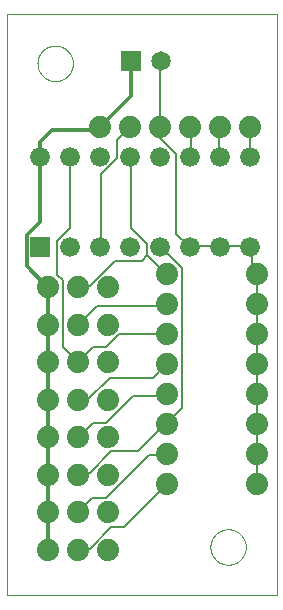
<source format=gtl>
G75*
%MOIN*%
%OFA0B0*%
%FSLAX25Y25*%
%IPPOS*%
%LPD*%
%AMOC8*
5,1,8,0,0,1.08239X$1,22.5*
%
%ADD10C,0.00100*%
%ADD11R,0.06600X0.06600*%
%ADD12C,0.06600*%
%ADD13R,0.06500X0.06500*%
%ADD14C,0.06500*%
%ADD15C,0.07400*%
%ADD16C,0.00000*%
%ADD17C,0.00600*%
%ADD18C,0.01200*%
D10*
X0001050Y0001900D02*
X0001050Y0195601D01*
X0090971Y0195601D01*
X0090971Y0001900D01*
X0001050Y0001900D01*
D11*
X0012100Y0118139D03*
D12*
X0022100Y0118139D03*
X0032100Y0118139D03*
X0042100Y0118139D03*
X0052100Y0118139D03*
X0062100Y0118139D03*
X0072100Y0118139D03*
X0082100Y0118139D03*
X0082100Y0148139D03*
X0072100Y0148139D03*
X0062100Y0148139D03*
X0052100Y0148139D03*
X0042100Y0148139D03*
X0032100Y0148139D03*
X0022100Y0148139D03*
X0012100Y0148139D03*
D13*
X0042274Y0180025D03*
D14*
X0052274Y0180025D03*
D15*
X0052049Y0157978D03*
X0042049Y0157978D03*
X0032049Y0157978D03*
X0054370Y0108979D03*
X0054370Y0098979D03*
X0054370Y0088979D03*
X0054370Y0078979D03*
X0054370Y0068979D03*
X0054370Y0058979D03*
X0054370Y0048979D03*
X0054370Y0038979D03*
X0034826Y0042132D03*
X0034826Y0054632D03*
X0034826Y0067132D03*
X0034826Y0079632D03*
X0034826Y0092132D03*
X0034826Y0104632D03*
X0024826Y0104632D03*
X0024826Y0092132D03*
X0024826Y0079632D03*
X0024826Y0067132D03*
X0024826Y0054632D03*
X0024826Y0042132D03*
X0024826Y0029632D03*
X0024826Y0017132D03*
X0034826Y0017132D03*
X0034826Y0029632D03*
X0014826Y0029632D03*
X0014826Y0042132D03*
X0014826Y0054632D03*
X0014826Y0067132D03*
X0014826Y0079632D03*
X0014826Y0092132D03*
X0014826Y0104632D03*
X0014826Y0017132D03*
X0062049Y0157978D03*
X0072049Y0157978D03*
X0082049Y0157978D03*
X0084370Y0108979D03*
X0084370Y0098979D03*
X0084370Y0088979D03*
X0084370Y0078979D03*
X0084370Y0068979D03*
X0084370Y0058979D03*
X0084370Y0048979D03*
X0084370Y0038979D03*
D16*
X0068868Y0018000D02*
X0068870Y0018153D01*
X0068876Y0018307D01*
X0068886Y0018460D01*
X0068900Y0018612D01*
X0068918Y0018765D01*
X0068940Y0018916D01*
X0068965Y0019067D01*
X0068995Y0019218D01*
X0069029Y0019368D01*
X0069066Y0019516D01*
X0069107Y0019664D01*
X0069152Y0019810D01*
X0069201Y0019956D01*
X0069254Y0020100D01*
X0069310Y0020242D01*
X0069370Y0020383D01*
X0069434Y0020523D01*
X0069501Y0020661D01*
X0069572Y0020797D01*
X0069647Y0020931D01*
X0069724Y0021063D01*
X0069806Y0021193D01*
X0069890Y0021321D01*
X0069978Y0021447D01*
X0070069Y0021570D01*
X0070163Y0021691D01*
X0070261Y0021809D01*
X0070361Y0021925D01*
X0070465Y0022038D01*
X0070571Y0022149D01*
X0070680Y0022257D01*
X0070792Y0022362D01*
X0070906Y0022463D01*
X0071024Y0022562D01*
X0071143Y0022658D01*
X0071265Y0022751D01*
X0071390Y0022840D01*
X0071517Y0022927D01*
X0071646Y0023009D01*
X0071777Y0023089D01*
X0071910Y0023165D01*
X0072045Y0023238D01*
X0072182Y0023307D01*
X0072321Y0023372D01*
X0072461Y0023434D01*
X0072603Y0023492D01*
X0072746Y0023547D01*
X0072891Y0023598D01*
X0073037Y0023645D01*
X0073184Y0023688D01*
X0073332Y0023727D01*
X0073481Y0023763D01*
X0073631Y0023794D01*
X0073782Y0023822D01*
X0073933Y0023846D01*
X0074086Y0023866D01*
X0074238Y0023882D01*
X0074391Y0023894D01*
X0074544Y0023902D01*
X0074697Y0023906D01*
X0074851Y0023906D01*
X0075004Y0023902D01*
X0075157Y0023894D01*
X0075310Y0023882D01*
X0075462Y0023866D01*
X0075615Y0023846D01*
X0075766Y0023822D01*
X0075917Y0023794D01*
X0076067Y0023763D01*
X0076216Y0023727D01*
X0076364Y0023688D01*
X0076511Y0023645D01*
X0076657Y0023598D01*
X0076802Y0023547D01*
X0076945Y0023492D01*
X0077087Y0023434D01*
X0077227Y0023372D01*
X0077366Y0023307D01*
X0077503Y0023238D01*
X0077638Y0023165D01*
X0077771Y0023089D01*
X0077902Y0023009D01*
X0078031Y0022927D01*
X0078158Y0022840D01*
X0078283Y0022751D01*
X0078405Y0022658D01*
X0078524Y0022562D01*
X0078642Y0022463D01*
X0078756Y0022362D01*
X0078868Y0022257D01*
X0078977Y0022149D01*
X0079083Y0022038D01*
X0079187Y0021925D01*
X0079287Y0021809D01*
X0079385Y0021691D01*
X0079479Y0021570D01*
X0079570Y0021447D01*
X0079658Y0021321D01*
X0079742Y0021193D01*
X0079824Y0021063D01*
X0079901Y0020931D01*
X0079976Y0020797D01*
X0080047Y0020661D01*
X0080114Y0020523D01*
X0080178Y0020383D01*
X0080238Y0020242D01*
X0080294Y0020100D01*
X0080347Y0019956D01*
X0080396Y0019810D01*
X0080441Y0019664D01*
X0080482Y0019516D01*
X0080519Y0019368D01*
X0080553Y0019218D01*
X0080583Y0019067D01*
X0080608Y0018916D01*
X0080630Y0018765D01*
X0080648Y0018612D01*
X0080662Y0018460D01*
X0080672Y0018307D01*
X0080678Y0018153D01*
X0080680Y0018000D01*
X0080678Y0017847D01*
X0080672Y0017693D01*
X0080662Y0017540D01*
X0080648Y0017388D01*
X0080630Y0017235D01*
X0080608Y0017084D01*
X0080583Y0016933D01*
X0080553Y0016782D01*
X0080519Y0016632D01*
X0080482Y0016484D01*
X0080441Y0016336D01*
X0080396Y0016190D01*
X0080347Y0016044D01*
X0080294Y0015900D01*
X0080238Y0015758D01*
X0080178Y0015617D01*
X0080114Y0015477D01*
X0080047Y0015339D01*
X0079976Y0015203D01*
X0079901Y0015069D01*
X0079824Y0014937D01*
X0079742Y0014807D01*
X0079658Y0014679D01*
X0079570Y0014553D01*
X0079479Y0014430D01*
X0079385Y0014309D01*
X0079287Y0014191D01*
X0079187Y0014075D01*
X0079083Y0013962D01*
X0078977Y0013851D01*
X0078868Y0013743D01*
X0078756Y0013638D01*
X0078642Y0013537D01*
X0078524Y0013438D01*
X0078405Y0013342D01*
X0078283Y0013249D01*
X0078158Y0013160D01*
X0078031Y0013073D01*
X0077902Y0012991D01*
X0077771Y0012911D01*
X0077638Y0012835D01*
X0077503Y0012762D01*
X0077366Y0012693D01*
X0077227Y0012628D01*
X0077087Y0012566D01*
X0076945Y0012508D01*
X0076802Y0012453D01*
X0076657Y0012402D01*
X0076511Y0012355D01*
X0076364Y0012312D01*
X0076216Y0012273D01*
X0076067Y0012237D01*
X0075917Y0012206D01*
X0075766Y0012178D01*
X0075615Y0012154D01*
X0075462Y0012134D01*
X0075310Y0012118D01*
X0075157Y0012106D01*
X0075004Y0012098D01*
X0074851Y0012094D01*
X0074697Y0012094D01*
X0074544Y0012098D01*
X0074391Y0012106D01*
X0074238Y0012118D01*
X0074086Y0012134D01*
X0073933Y0012154D01*
X0073782Y0012178D01*
X0073631Y0012206D01*
X0073481Y0012237D01*
X0073332Y0012273D01*
X0073184Y0012312D01*
X0073037Y0012355D01*
X0072891Y0012402D01*
X0072746Y0012453D01*
X0072603Y0012508D01*
X0072461Y0012566D01*
X0072321Y0012628D01*
X0072182Y0012693D01*
X0072045Y0012762D01*
X0071910Y0012835D01*
X0071777Y0012911D01*
X0071646Y0012991D01*
X0071517Y0013073D01*
X0071390Y0013160D01*
X0071265Y0013249D01*
X0071143Y0013342D01*
X0071024Y0013438D01*
X0070906Y0013537D01*
X0070792Y0013638D01*
X0070680Y0013743D01*
X0070571Y0013851D01*
X0070465Y0013962D01*
X0070361Y0014075D01*
X0070261Y0014191D01*
X0070163Y0014309D01*
X0070069Y0014430D01*
X0069978Y0014553D01*
X0069890Y0014679D01*
X0069806Y0014807D01*
X0069724Y0014937D01*
X0069647Y0015069D01*
X0069572Y0015203D01*
X0069501Y0015339D01*
X0069434Y0015477D01*
X0069370Y0015617D01*
X0069310Y0015758D01*
X0069254Y0015900D01*
X0069201Y0016044D01*
X0069152Y0016190D01*
X0069107Y0016336D01*
X0069066Y0016484D01*
X0069029Y0016632D01*
X0068995Y0016782D01*
X0068965Y0016933D01*
X0068940Y0017084D01*
X0068918Y0017235D01*
X0068900Y0017388D01*
X0068886Y0017540D01*
X0068876Y0017693D01*
X0068870Y0017847D01*
X0068868Y0018000D01*
X0011245Y0179225D02*
X0011247Y0179378D01*
X0011253Y0179532D01*
X0011263Y0179685D01*
X0011277Y0179837D01*
X0011295Y0179990D01*
X0011317Y0180141D01*
X0011342Y0180292D01*
X0011372Y0180443D01*
X0011406Y0180593D01*
X0011443Y0180741D01*
X0011484Y0180889D01*
X0011529Y0181035D01*
X0011578Y0181181D01*
X0011631Y0181325D01*
X0011687Y0181467D01*
X0011747Y0181608D01*
X0011811Y0181748D01*
X0011878Y0181886D01*
X0011949Y0182022D01*
X0012024Y0182156D01*
X0012101Y0182288D01*
X0012183Y0182418D01*
X0012267Y0182546D01*
X0012355Y0182672D01*
X0012446Y0182795D01*
X0012540Y0182916D01*
X0012638Y0183034D01*
X0012738Y0183150D01*
X0012842Y0183263D01*
X0012948Y0183374D01*
X0013057Y0183482D01*
X0013169Y0183587D01*
X0013283Y0183688D01*
X0013401Y0183787D01*
X0013520Y0183883D01*
X0013642Y0183976D01*
X0013767Y0184065D01*
X0013894Y0184152D01*
X0014023Y0184234D01*
X0014154Y0184314D01*
X0014287Y0184390D01*
X0014422Y0184463D01*
X0014559Y0184532D01*
X0014698Y0184597D01*
X0014838Y0184659D01*
X0014980Y0184717D01*
X0015123Y0184772D01*
X0015268Y0184823D01*
X0015414Y0184870D01*
X0015561Y0184913D01*
X0015709Y0184952D01*
X0015858Y0184988D01*
X0016008Y0185019D01*
X0016159Y0185047D01*
X0016310Y0185071D01*
X0016463Y0185091D01*
X0016615Y0185107D01*
X0016768Y0185119D01*
X0016921Y0185127D01*
X0017074Y0185131D01*
X0017228Y0185131D01*
X0017381Y0185127D01*
X0017534Y0185119D01*
X0017687Y0185107D01*
X0017839Y0185091D01*
X0017992Y0185071D01*
X0018143Y0185047D01*
X0018294Y0185019D01*
X0018444Y0184988D01*
X0018593Y0184952D01*
X0018741Y0184913D01*
X0018888Y0184870D01*
X0019034Y0184823D01*
X0019179Y0184772D01*
X0019322Y0184717D01*
X0019464Y0184659D01*
X0019604Y0184597D01*
X0019743Y0184532D01*
X0019880Y0184463D01*
X0020015Y0184390D01*
X0020148Y0184314D01*
X0020279Y0184234D01*
X0020408Y0184152D01*
X0020535Y0184065D01*
X0020660Y0183976D01*
X0020782Y0183883D01*
X0020901Y0183787D01*
X0021019Y0183688D01*
X0021133Y0183587D01*
X0021245Y0183482D01*
X0021354Y0183374D01*
X0021460Y0183263D01*
X0021564Y0183150D01*
X0021664Y0183034D01*
X0021762Y0182916D01*
X0021856Y0182795D01*
X0021947Y0182672D01*
X0022035Y0182546D01*
X0022119Y0182418D01*
X0022201Y0182288D01*
X0022278Y0182156D01*
X0022353Y0182022D01*
X0022424Y0181886D01*
X0022491Y0181748D01*
X0022555Y0181608D01*
X0022615Y0181467D01*
X0022671Y0181325D01*
X0022724Y0181181D01*
X0022773Y0181035D01*
X0022818Y0180889D01*
X0022859Y0180741D01*
X0022896Y0180593D01*
X0022930Y0180443D01*
X0022960Y0180292D01*
X0022985Y0180141D01*
X0023007Y0179990D01*
X0023025Y0179837D01*
X0023039Y0179685D01*
X0023049Y0179532D01*
X0023055Y0179378D01*
X0023057Y0179225D01*
X0023055Y0179072D01*
X0023049Y0178918D01*
X0023039Y0178765D01*
X0023025Y0178613D01*
X0023007Y0178460D01*
X0022985Y0178309D01*
X0022960Y0178158D01*
X0022930Y0178007D01*
X0022896Y0177857D01*
X0022859Y0177709D01*
X0022818Y0177561D01*
X0022773Y0177415D01*
X0022724Y0177269D01*
X0022671Y0177125D01*
X0022615Y0176983D01*
X0022555Y0176842D01*
X0022491Y0176702D01*
X0022424Y0176564D01*
X0022353Y0176428D01*
X0022278Y0176294D01*
X0022201Y0176162D01*
X0022119Y0176032D01*
X0022035Y0175904D01*
X0021947Y0175778D01*
X0021856Y0175655D01*
X0021762Y0175534D01*
X0021664Y0175416D01*
X0021564Y0175300D01*
X0021460Y0175187D01*
X0021354Y0175076D01*
X0021245Y0174968D01*
X0021133Y0174863D01*
X0021019Y0174762D01*
X0020901Y0174663D01*
X0020782Y0174567D01*
X0020660Y0174474D01*
X0020535Y0174385D01*
X0020408Y0174298D01*
X0020279Y0174216D01*
X0020148Y0174136D01*
X0020015Y0174060D01*
X0019880Y0173987D01*
X0019743Y0173918D01*
X0019604Y0173853D01*
X0019464Y0173791D01*
X0019322Y0173733D01*
X0019179Y0173678D01*
X0019034Y0173627D01*
X0018888Y0173580D01*
X0018741Y0173537D01*
X0018593Y0173498D01*
X0018444Y0173462D01*
X0018294Y0173431D01*
X0018143Y0173403D01*
X0017992Y0173379D01*
X0017839Y0173359D01*
X0017687Y0173343D01*
X0017534Y0173331D01*
X0017381Y0173323D01*
X0017228Y0173319D01*
X0017074Y0173319D01*
X0016921Y0173323D01*
X0016768Y0173331D01*
X0016615Y0173343D01*
X0016463Y0173359D01*
X0016310Y0173379D01*
X0016159Y0173403D01*
X0016008Y0173431D01*
X0015858Y0173462D01*
X0015709Y0173498D01*
X0015561Y0173537D01*
X0015414Y0173580D01*
X0015268Y0173627D01*
X0015123Y0173678D01*
X0014980Y0173733D01*
X0014838Y0173791D01*
X0014698Y0173853D01*
X0014559Y0173918D01*
X0014422Y0173987D01*
X0014287Y0174060D01*
X0014154Y0174136D01*
X0014023Y0174216D01*
X0013894Y0174298D01*
X0013767Y0174385D01*
X0013642Y0174474D01*
X0013520Y0174567D01*
X0013401Y0174663D01*
X0013283Y0174762D01*
X0013169Y0174863D01*
X0013057Y0174968D01*
X0012948Y0175076D01*
X0012842Y0175187D01*
X0012738Y0175300D01*
X0012638Y0175416D01*
X0012540Y0175534D01*
X0012446Y0175655D01*
X0012355Y0175778D01*
X0012267Y0175904D01*
X0012183Y0176032D01*
X0012101Y0176162D01*
X0012024Y0176294D01*
X0011949Y0176428D01*
X0011878Y0176564D01*
X0011811Y0176702D01*
X0011747Y0176842D01*
X0011687Y0176983D01*
X0011631Y0177125D01*
X0011578Y0177269D01*
X0011529Y0177415D01*
X0011484Y0177561D01*
X0011443Y0177709D01*
X0011406Y0177857D01*
X0011372Y0178007D01*
X0011342Y0178158D01*
X0011317Y0178309D01*
X0011295Y0178460D01*
X0011277Y0178613D01*
X0011263Y0178765D01*
X0011253Y0178918D01*
X0011247Y0179072D01*
X0011245Y0179225D01*
D17*
X0022100Y0148139D02*
X0022050Y0147700D01*
X0022050Y0124300D01*
X0017850Y0120100D01*
X0017850Y0108700D01*
X0019650Y0106900D01*
X0019650Y0084700D01*
X0024450Y0079900D01*
X0024826Y0079632D01*
X0025050Y0079900D01*
X0029850Y0084700D01*
X0034050Y0084700D01*
X0038250Y0088900D01*
X0053850Y0088900D01*
X0054370Y0088979D01*
X0053850Y0098500D02*
X0054370Y0098979D01*
X0053850Y0098500D02*
X0031050Y0098500D01*
X0025050Y0092500D01*
X0024826Y0092132D01*
X0024826Y0104632D02*
X0025050Y0105100D01*
X0028650Y0105100D01*
X0037050Y0113500D01*
X0046050Y0113500D01*
X0047850Y0115300D01*
X0053850Y0109300D01*
X0054370Y0108979D01*
X0059250Y0111100D02*
X0052650Y0117700D01*
X0052100Y0118139D01*
X0047850Y0118900D02*
X0047850Y0115300D01*
X0047850Y0118900D02*
X0042450Y0124300D01*
X0042450Y0147700D01*
X0042100Y0148139D01*
X0037650Y0147700D02*
X0037650Y0153700D01*
X0041850Y0157900D01*
X0042049Y0157978D01*
X0037650Y0147700D02*
X0032250Y0142300D01*
X0032250Y0118300D01*
X0032100Y0118139D01*
X0014826Y0104632D02*
X0014850Y0104500D01*
X0035250Y0074500D02*
X0028050Y0067300D01*
X0025050Y0067300D01*
X0024826Y0067132D01*
X0029850Y0059500D02*
X0025050Y0054700D01*
X0024826Y0054632D01*
X0029850Y0059500D02*
X0034050Y0059500D01*
X0043050Y0068500D01*
X0053850Y0068500D01*
X0054370Y0068979D01*
X0059250Y0064300D02*
X0054450Y0059500D01*
X0054370Y0058979D01*
X0053850Y0058900D01*
X0044850Y0049900D01*
X0035850Y0049900D01*
X0028650Y0042700D01*
X0025050Y0042700D01*
X0024826Y0042132D01*
X0029250Y0034300D02*
X0025050Y0030100D01*
X0024826Y0029632D01*
X0029250Y0034300D02*
X0034050Y0034300D01*
X0048450Y0048700D01*
X0053850Y0048700D01*
X0054370Y0048979D01*
X0054370Y0038979D02*
X0053850Y0038500D01*
X0040050Y0024700D01*
X0035850Y0024700D01*
X0028650Y0017500D01*
X0025050Y0017500D01*
X0024826Y0017132D01*
X0014850Y0042100D02*
X0014826Y0042132D01*
X0035250Y0074500D02*
X0049650Y0074500D01*
X0053850Y0078700D01*
X0054370Y0078979D01*
X0059250Y0064300D02*
X0059250Y0111100D01*
X0061650Y0118300D02*
X0062100Y0118139D01*
X0062250Y0118300D01*
X0071850Y0118300D01*
X0072100Y0118139D01*
X0072450Y0118300D01*
X0082050Y0118300D01*
X0082100Y0118139D01*
X0082650Y0117700D01*
X0082650Y0110500D01*
X0083850Y0109300D01*
X0084370Y0108979D01*
X0084450Y0108700D01*
X0084450Y0099100D01*
X0084370Y0098979D01*
X0084450Y0098500D01*
X0084450Y0089500D01*
X0084370Y0088979D01*
X0084450Y0088900D01*
X0084450Y0079300D01*
X0084370Y0078979D01*
X0084450Y0078700D01*
X0084450Y0069100D01*
X0084370Y0068979D01*
X0084450Y0068500D01*
X0084450Y0059500D01*
X0084370Y0058979D01*
X0084450Y0058900D01*
X0084450Y0049300D01*
X0084370Y0048979D01*
X0084450Y0048700D01*
X0084450Y0039100D01*
X0084370Y0038979D01*
X0061650Y0118300D02*
X0057450Y0122500D01*
X0057450Y0148900D01*
X0052050Y0154300D01*
X0052050Y0157900D01*
X0052049Y0157978D01*
X0052050Y0158500D01*
X0052050Y0179500D01*
X0052274Y0180025D01*
X0062049Y0157978D02*
X0062250Y0157900D01*
X0062250Y0148300D01*
X0062100Y0148139D01*
X0071850Y0148300D02*
X0072100Y0148139D01*
X0071850Y0148300D02*
X0071850Y0157900D01*
X0072049Y0157978D01*
X0082049Y0157978D02*
X0082050Y0157900D01*
X0082050Y0148300D01*
X0082100Y0148139D01*
D18*
X0042274Y0168204D02*
X0032049Y0157978D01*
X0030970Y0156900D01*
X0016050Y0156900D01*
X0012100Y0152950D01*
X0012100Y0148139D01*
X0012100Y0126436D01*
X0007600Y0121936D01*
X0007600Y0111750D01*
X0014850Y0104500D01*
X0014826Y0104632D02*
X0014826Y0092132D01*
X0014826Y0079632D01*
X0014826Y0067132D01*
X0014826Y0054632D01*
X0014826Y0042124D01*
X0014850Y0042100D01*
X0014826Y0042132D02*
X0014826Y0029632D01*
X0014826Y0017132D01*
X0042274Y0168204D02*
X0042274Y0180025D01*
M02*

</source>
